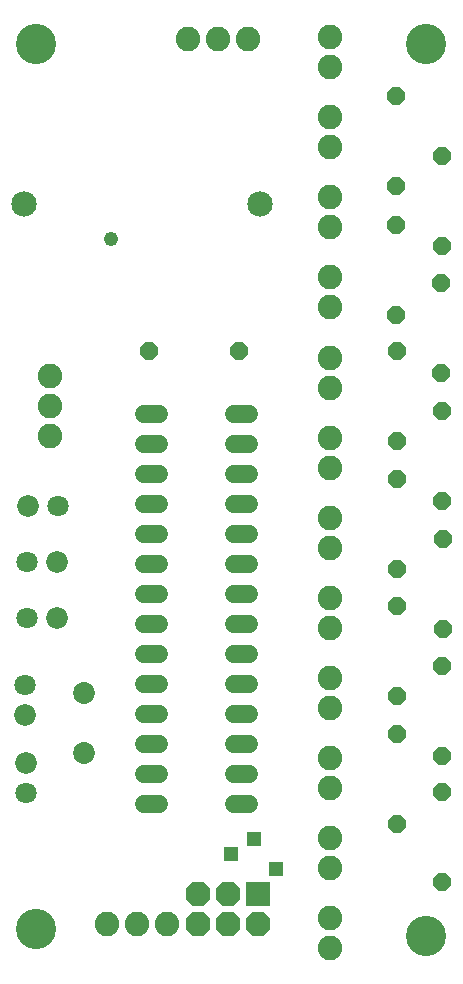
<source format=gbs>
G75*
%MOIN*%
%OFA0B0*%
%FSLAX24Y24*%
%IPPOS*%
%LPD*%
%AMOC8*
5,1,8,0,0,1.08239X$1,22.5*
%
%ADD10C,0.1340*%
%ADD11C,0.0707*%
%ADD12C,0.0721*%
%ADD13C,0.0600*%
%ADD14OC8,0.0600*%
%ADD15C,0.0820*%
%ADD16C,0.0730*%
%ADD17C,0.0848*%
%ADD18R,0.0820X0.0820*%
%ADD19OC8,0.0820*%
%ADD20C,0.0480*%
%ADD21R,0.0476X0.0476*%
D10*
X003473Y003529D03*
X016473Y003279D03*
X016473Y033029D03*
X003473Y033029D03*
D11*
X004190Y017624D03*
X003165Y015762D03*
X003168Y013879D03*
X003098Y011654D03*
X003123Y008054D03*
D12*
X003123Y009054D03*
X003098Y010654D03*
X004168Y013879D03*
X004165Y015762D03*
X003190Y017624D03*
D13*
X007043Y017674D02*
X007563Y017674D01*
X007563Y016674D02*
X007043Y016674D01*
X007043Y015674D02*
X007563Y015674D01*
X007563Y014674D02*
X007043Y014674D01*
X007043Y013674D02*
X007563Y013674D01*
X007563Y012674D02*
X007043Y012674D01*
X007043Y011674D02*
X007563Y011674D01*
X007563Y010674D02*
X007043Y010674D01*
X007043Y009674D02*
X007563Y009674D01*
X007563Y008674D02*
X007043Y008674D01*
X007043Y007674D02*
X007563Y007674D01*
X010043Y007674D02*
X010563Y007674D01*
X010563Y008674D02*
X010043Y008674D01*
X010043Y009674D02*
X010563Y009674D01*
X010563Y010674D02*
X010043Y010674D01*
X010043Y011674D02*
X010563Y011674D01*
X010563Y012674D02*
X010043Y012674D01*
X010043Y013674D02*
X010563Y013674D01*
X010563Y014674D02*
X010043Y014674D01*
X010043Y015674D02*
X010563Y015674D01*
X010563Y016674D02*
X010043Y016674D01*
X010043Y017674D02*
X010563Y017674D01*
X010563Y018674D02*
X010043Y018674D01*
X010043Y019674D02*
X010563Y019674D01*
X010563Y020674D02*
X010043Y020674D01*
X007563Y020674D02*
X007043Y020674D01*
X007043Y019674D02*
X007563Y019674D01*
X007563Y018674D02*
X007043Y018674D01*
D14*
X007213Y022794D03*
X010213Y022794D03*
X015505Y022792D03*
X016963Y022049D03*
X016975Y020787D03*
X015505Y019792D03*
X015475Y018517D03*
X016975Y017787D03*
X017020Y016537D03*
X015475Y015517D03*
X015503Y014294D03*
X017020Y013537D03*
X016998Y012274D03*
X015503Y011294D03*
X015478Y010027D03*
X016998Y009274D03*
X016983Y008077D03*
X015478Y007027D03*
X016983Y005077D03*
X015468Y024002D03*
X016963Y025049D03*
X016998Y026284D03*
X015468Y027002D03*
X015470Y028279D03*
X016998Y029284D03*
X015470Y031279D03*
D15*
X013273Y030579D03*
X013273Y029579D03*
X013273Y027909D03*
X013273Y026909D03*
X013273Y025239D03*
X013273Y024239D03*
X013273Y022569D03*
X013273Y021569D03*
X013273Y019899D03*
X013273Y018899D03*
X013273Y017229D03*
X013273Y016229D03*
X013273Y014559D03*
X013273Y013559D03*
X013273Y011889D03*
X013273Y010889D03*
X013273Y009219D03*
X013273Y008219D03*
X013273Y006549D03*
X013273Y005549D03*
X013273Y003879D03*
X013273Y002879D03*
X007833Y003679D03*
X006833Y003679D03*
X005833Y003679D03*
X003933Y019949D03*
X003933Y020949D03*
X003933Y021949D03*
X013273Y032249D03*
X013273Y033249D03*
X010523Y033179D03*
X009523Y033179D03*
X008523Y033179D03*
D16*
X005063Y011399D03*
X005063Y009399D03*
D17*
X003050Y027702D03*
X010924Y027702D03*
D18*
X010863Y004689D03*
D19*
X009863Y004689D03*
X008863Y004689D03*
X008863Y003689D03*
X009863Y003689D03*
X010863Y003689D03*
D20*
X005973Y026529D03*
D21*
X010723Y006529D03*
X009973Y006029D03*
X011473Y005529D03*
M02*

</source>
